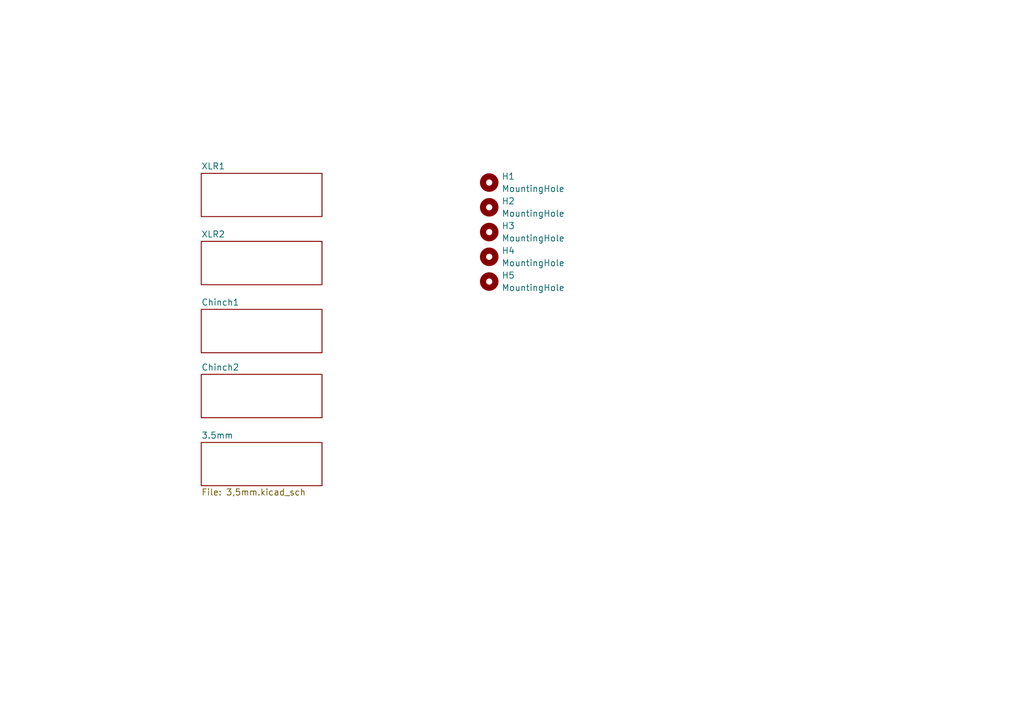
<source format=kicad_sch>
(kicad_sch (version 20250114) (generator "eeschema") (generator_version "9.0")
  (paper "A5")
  (title_block (title "Input Board") (date "2024-04-12") (rev "1.0") (company "C-Audio") (comment 5 "Audio input board with diffent recepticles"))
  (lib_symbols
    (symbol "Mechanical:MountingHole" (pin_names (offset 1.016)) (exclude_from_sim yes) (in_bom no)
      (property "Reference" "H" (at 0 5.08 0))
      (property "Value" "MountingHole" (at 0 3.175 0))
      (symbol "MountingHole_0_1"
        (circle (center 0 0) (radius 1.27) (stroke (width 1.27)))
      )
    )
  )
  (symbol (lib_id "Mechanical:MountingHole") (at 100.33 47.625 0) (unit 1) (exclude_from_sim yes) (in_bom no)
    (property "Reference" "H3" (at 102.87 46.3549 0) (effects (justify left)))
    (property "Value" "MountingHole" (at 102.87 48.8949 0) (effects (justify left)))
    (property "Footprint" "MountingHole:MountingHole_3.5mm" (effects (hide yes)))
    (property "Description" "Mounting Hole without connection" (effects (hide yes)))
  )
  (symbol (lib_id "Mechanical:MountingHole") (at 100.33 37.465 0) (unit 1) (exclude_from_sim yes) (in_bom no)
    (property "Reference" "H1" (at 102.87 36.1949 0) (effects (justify left)))
    (property "Value" "MountingHole" (at 102.87 38.7349 0) (effects (justify left)))
    (property "Footprint" "MountingHole:MountingHole_3.5mm" (effects (hide yes)))
    (property "Description" "Mounting Hole without connection" (effects (hide yes)))
  )
  (symbol (lib_id "Mechanical:MountingHole") (at 100.33 52.705 0) (unit 1) (exclude_from_sim yes) (in_bom no)
    (property "Reference" "H4" (at 102.87 51.4349 0) (effects (justify left)))
    (property "Value" "MountingHole" (at 102.87 53.9749 0) (effects (justify left)))
    (property "Footprint" "MountingHole:MountingHole_3.5mm" (effects (hide yes)))
    (property "Description" "Mounting Hole without connection" (effects (hide yes)))
  )
  (symbol (lib_id "Mechanical:MountingHole") (at 100.33 57.785 0) (unit 1) (exclude_from_sim yes) (in_bom no)
    (property "Reference" "H5" (at 102.87 56.5149 0) (effects (justify left)))
    (property "Value" "MountingHole" (at 102.87 59.0549 0) (effects (justify left)))
    (property "Footprint" "MountingHole:MountingHole_3.5mm" (effects (hide yes)))
    (property "Description" "Mounting Hole without connection" (effects (hide yes)))
  )
  (symbol (lib_id "Mechanical:MountingHole") (at 100.33 42.545 0) (unit 1) (exclude_from_sim yes) (in_bom no)
    (property "Reference" "H2" (at 102.87 41.2749 0) (effects (justify left)))
    (property "Value" "MountingHole" (at 102.87 43.8149 0) (effects (justify left)))
    (property "Footprint" "MountingHole:MountingHole_3.5mm" (effects (hide yes)))
    (property "Description" "Mounting Hole without connection" (effects (hide yes)))
  )
  (sheet (at 41.275 76.835) (size 24.765 8.89) (stroke (width 0.1524))
    (property "Sheetname" "Chinch2" (at 41.275 76.1234 0) (effects (justify left bottom)))
    (property "Sheetfile" "chinch.kicad_sch" (effects (hide yes)))
  )
  (sheet (at 41.275 90.805) (size 24.765 8.89) (stroke (width 0.1524))
    (property "Sheetname" "3.5mm" (at 41.275 90.0934 0) (effects (justify left bottom)))
    (property "Sheetfile" "3,5mm.kicad_sch" (at 41.275 100.2796 0) (effects (justify left top)))
  )
  (sheet (at 41.275 35.56) (size 24.765 8.89) (stroke (width 0.1524))
    (property "Sheetname" "XLR1" (at 41.275 34.8484 0) (effects (justify left bottom)))
    (property "Sheetfile" "xlr.kicad_sch" (effects (hide yes)))
  )
  (sheet (at 41.275 49.53) (size 24.765 8.89) (stroke (width 0.1524))
    (property "Sheetname" "XLR2" (at 41.275 48.8184 0) (effects (justify left bottom)))
    (property "Sheetfile" "xlr.kicad_sch" (effects (hide yes)))
  )
  (sheet (at 41.275 63.5) (size 24.765 8.89) (stroke (width 0.1524))
    (property "Sheetname" "Chinch1" (at 41.275 62.7884 0) (effects (justify left bottom)))
    (property "Sheetfile" "chinch.kicad_sch" (effects (hide yes)))
  )
)
</source>
